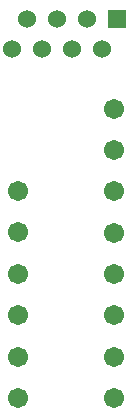
<source format=gtp>
%TF.GenerationSoftware,KiCad,Pcbnew,(6.0.4)*%
%TF.CreationDate,2022-04-04T21:58:20+02:00*%
%TF.ProjectId,TERMINATOR_BOARD,5445524d-494e-4415-944f-525f424f4152,rev?*%
%TF.SameCoordinates,Original*%
%TF.FileFunction,Paste,Top*%
%TF.FilePolarity,Positive*%
%FSLAX46Y46*%
G04 Gerber Fmt 4.6, Leading zero omitted, Abs format (unit mm)*
G04 Created by KiCad (PCBNEW (6.0.4)) date 2022-04-04 21:58:20*
%MOMM*%
%LPD*%
G01*
G04 APERTURE LIST*
%ADD10C,1.702000*%
%ADD11R,1.524000X1.524000*%
%ADD12C,1.524000*%
G04 APERTURE END LIST*
D10*
X115200000Y-93412000D03*
X115200000Y-89912000D03*
X115200000Y-86412000D03*
X115200000Y-82912000D03*
X115200000Y-79412000D03*
X115200000Y-75912000D03*
X115200000Y-72412000D03*
X115200000Y-68912000D03*
D11*
X115425000Y-61342000D03*
D12*
X114155000Y-63882000D03*
X112885000Y-61342000D03*
X111615000Y-63882000D03*
X110345000Y-61342000D03*
X109075000Y-63882000D03*
X107805000Y-61342000D03*
X106535000Y-63882000D03*
D10*
X107000000Y-75900000D03*
X107000000Y-79400000D03*
X107000000Y-82900000D03*
X107000000Y-86400000D03*
X107000000Y-89900000D03*
X107000000Y-93400000D03*
M02*

</source>
